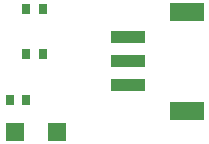
<source format=gtp>
%FSLAX23Y23*%
%MOIN*%
G70*
G01*
G75*
G04 Layer_Color=8421504*
%ADD10R,0.118X0.059*%
%ADD11R,0.118X0.039*%
%ADD12R,0.059X0.059*%
%ADD13R,0.031X0.035*%
%ADD14C,0.010*%
%ADD15R,0.059X0.059*%
%ADD16C,0.059*%
%ADD17C,0.050*%
%ADD18C,0.039*%
%ADD19C,0.236*%
%ADD20C,0.008*%
%ADD21C,0.000*%
%ADD22C,0.004*%
D10*
X1197Y265D02*
D03*
Y595D02*
D03*
D11*
X1000Y509D02*
D03*
Y351D02*
D03*
Y430D02*
D03*
Y509D02*
D03*
D12*
X764Y195D02*
D03*
X626D02*
D03*
D13*
X718Y455D02*
D03*
X662D02*
D03*
X662Y605D02*
D03*
X718D02*
D03*
X663Y300D02*
D03*
X607D02*
D03*
M02*

</source>
